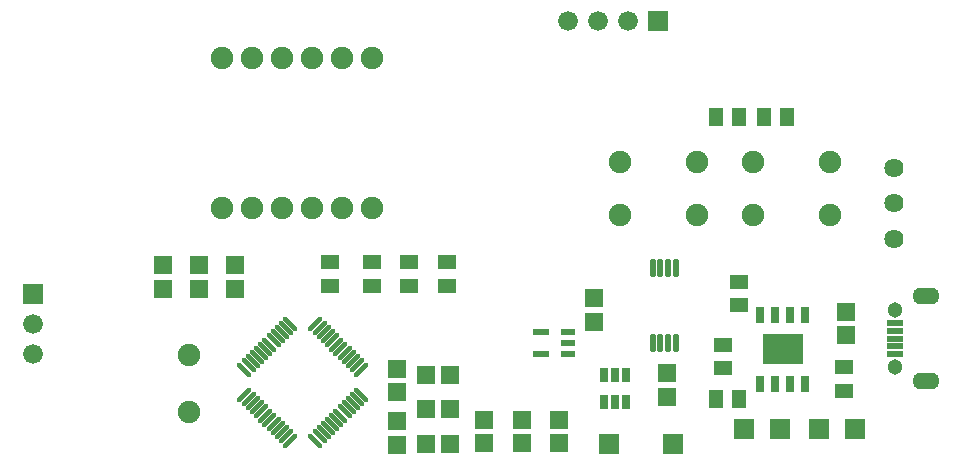
<source format=gts>
G04 Layer: TopSolderMaskLayer*
G04 EasyEDA v6.5.47, 2024-09-12 04:01:22*
G04 8c6c83d31be245b591d831e4eff4e06b,65b0a26063cb4300b6f9becee83ce362,10*
G04 Gerber Generator version 0.2*
G04 Scale: 100 percent, Rotated: No, Reflected: No *
G04 Dimensions in millimeters *
G04 leading zeros omitted , absolute positions ,4 integer and 5 decimal *
%FSLAX45Y45*%
%MOMM*%

%AMMACRO1*4,1,8,-0.8085,-0.8382,-0.8382,-0.8084,-0.8382,0.8085,-0.8085,0.8382,0.8084,0.8382,0.8382,0.8085,0.8382,-0.8084,0.8084,-0.8382,-0.8085,-0.8382,0*%
%AMMACRO2*4,1,8,-0.8386,-0.8508,-0.8683,-0.821,-0.8683,0.8211,-0.8386,0.8508,0.8385,0.8508,0.8683,0.8211,0.8683,-0.821,0.8385,-0.8508,-0.8386,-0.8508,0*%
%AMMACRO3*1,1,$1,$2,$3*1,1,$1,$4,$5*20,1,$1,$2,$3,$4,$5,0*%
%AMMACRO4*4,1,8,-0.3211,-0.6508,-0.3508,-0.621,-0.3508,0.6211,-0.3211,0.6508,0.321,0.6508,0.3508,0.6211,0.3508,-0.621,0.321,-0.6508,-0.3211,-0.6508,0*%
%AMMACRO5*4,1,8,-1.6711,-1.2508,-1.7008,-1.221,-1.7008,1.2211,-1.6711,1.2508,1.671,1.2508,1.7008,1.2211,1.7008,-1.221,1.671,-1.2508,-1.6711,-1.2508,0*%
%AMMACRO6*4,1,8,-0.287,-0.5868,-0.3168,-0.557,-0.3168,0.557,-0.287,0.5868,0.287,0.5868,0.3168,0.557,0.3168,-0.557,0.287,-0.5868,-0.287,-0.5868,0*%
%AMMACRO7*4,1,8,-0.5996,-0.2958,-0.6293,-0.266,-0.6293,0.2661,-0.5996,0.2958,0.5995,0.2958,0.6293,0.2661,0.6293,-0.266,0.5995,-0.2958,-0.5996,-0.2958,0*%
%AMMACRO8*4,1,8,-0.6086,-0.2958,-0.6383,-0.266,-0.6383,0.2661,-0.6086,0.2958,0.6085,0.2958,0.6383,0.2661,0.6383,-0.266,0.6085,-0.2958,-0.6086,-0.2958,0*%
%AMMACRO9*4,1,8,-0.646,-0.2508,-0.6758,-0.221,-0.6758,0.2211,-0.646,0.2508,0.646,0.2508,0.6758,0.2211,0.6758,-0.221,0.646,-0.2508,-0.646,-0.2508,0*%
%AMMACRO10*4,1,8,-0.7095,-0.6171,-0.7393,-0.5873,-0.7393,0.5873,-0.7095,0.6171,0.7095,0.6171,0.7393,0.5873,0.7393,-0.5873,0.7095,-0.6171,-0.7095,-0.6171,0*%
%AMMACRO11*4,1,8,-0.5873,-0.7393,-0.6171,-0.7095,-0.6171,0.7095,-0.5873,0.7393,0.5873,0.7393,0.6171,0.7095,0.6171,-0.7095,0.5873,-0.7393,-0.5873,-0.7393,0*%
%AMMACRO12*4,1,8,-0.7261,-0.7258,-0.7558,-0.696,-0.7558,0.6961,-0.7261,0.7258,0.726,0.7258,0.7558,0.6961,0.7558,-0.696,0.726,-0.7258,-0.7261,-0.7258,0*%
%AMMACRO13*4,1,8,-0.6961,-0.7558,-0.7258,-0.726,-0.7258,0.7261,-0.6961,0.7558,0.696,0.7558,0.7258,0.7261,0.7258,-0.726,0.696,-0.7558,-0.6961,-0.7558,0*%
%ADD10MACRO1*%
%ADD11C,1.6764*%
%ADD12C,1.9016*%
%ADD13MACRO2*%
%ADD14O,0.5015992X1.6015970000000002*%
%ADD15MACRO3,0.37X-0.4349X-0.4349X0.4349X0.4349*%
%ADD16MACRO3,0.37X-0.4349X0.4349X0.4349X-0.4349*%
%ADD17MACRO4*%
%ADD18MACRO5*%
%ADD19MACRO6*%
%ADD20MACRO7*%
%ADD21MACRO8*%
%ADD22C,1.6256*%
%ADD23MACRO9*%
%ADD24O,2.3015956X1.4015974000000002*%
%ADD25C,1.3016*%
%ADD26MACRO10*%
%ADD27MACRO11*%
%ADD28MACRO12*%
%ADD29MACRO13*%

%LPD*%
D10*
G01*
X5181600Y-3822700D03*
G01*
X5727700Y-3822700D03*
G01*
X5600700Y-241300D03*
D11*
G01*
X5346700Y-241300D03*
G01*
X5092700Y-241300D03*
G01*
X4838700Y-241300D03*
D10*
G01*
X304800Y-2552700D03*
D11*
G01*
X304800Y-2806700D03*
G01*
X304800Y-3060700D03*
D12*
G01*
X5275579Y-1438655D03*
G01*
X5275579Y-1888744D03*
G01*
X5925820Y-1438655D03*
G01*
X5925820Y-1888744D03*
G01*
X6405879Y-1438655D03*
G01*
X6405879Y-1888744D03*
G01*
X7056120Y-1438655D03*
G01*
X7056120Y-1888744D03*
D13*
G01*
X6325260Y-3695700D03*
G01*
X6628739Y-3695700D03*
G01*
X7263739Y-3695700D03*
G01*
X6960260Y-3695700D03*
D14*
G01*
X5553963Y-2974339D03*
G01*
X5618988Y-2974339D03*
G01*
X5684011Y-2974339D03*
G01*
X5749036Y-2974339D03*
G01*
X5553963Y-2334260D03*
G01*
X5618988Y-2334260D03*
G01*
X5684011Y-2334260D03*
G01*
X5749036Y-2334260D03*
D12*
G01*
X1905000Y-1828800D03*
G01*
X2159000Y-1828800D03*
G01*
X2413000Y-1828800D03*
G01*
X2667000Y-1828800D03*
G01*
X2921000Y-1828800D03*
G01*
X3175000Y-1828800D03*
G01*
X3175000Y-558800D03*
G01*
X2921000Y-558800D03*
G01*
X2667000Y-558800D03*
G01*
X2413000Y-558800D03*
G01*
X2159000Y-558800D03*
G01*
X1905000Y-558800D03*
D15*
G01*
X2095830Y-3408070D03*
G01*
X2131187Y-3443427D03*
G01*
X2166543Y-3478758D03*
G01*
X2201900Y-3514140D03*
G01*
X2237257Y-3549472D03*
G01*
X2272614Y-3584854D03*
G01*
X2307945Y-3620185D03*
G01*
X2343327Y-3655542D03*
G01*
X2378659Y-3690899D03*
G01*
X2414041Y-3726256D03*
G01*
X2449372Y-3761613D03*
G01*
X2484729Y-3796969D03*
D16*
G01*
X2696870Y-3796969D03*
G01*
X2732227Y-3761613D03*
G01*
X2767558Y-3726256D03*
G01*
X2802940Y-3690899D03*
G01*
X2838272Y-3655542D03*
G01*
X2873654Y-3620185D03*
G01*
X2908985Y-3584854D03*
G01*
X2944342Y-3549472D03*
G01*
X2979699Y-3514140D03*
G01*
X3015056Y-3478758D03*
G01*
X3050412Y-3443427D03*
G01*
X3085769Y-3408070D03*
D15*
G01*
X3085769Y-3195955D03*
G01*
X3050412Y-3160572D03*
G01*
X3015056Y-3125241D03*
G01*
X2979699Y-3089859D03*
G01*
X2944342Y-3054527D03*
G01*
X2908985Y-3019171D03*
G01*
X2873654Y-2983814D03*
G01*
X2838272Y-2948457D03*
G01*
X2802940Y-2913100D03*
G01*
X2767558Y-2877743D03*
G01*
X2732227Y-2842386D03*
G01*
X2696870Y-2807030D03*
D16*
G01*
X2484729Y-2807030D03*
G01*
X2449372Y-2842386D03*
G01*
X2414041Y-2877743D03*
G01*
X2378659Y-2913100D03*
G01*
X2343327Y-2948457D03*
G01*
X2307945Y-2983814D03*
G01*
X2272614Y-3019171D03*
G01*
X2237257Y-3054527D03*
G01*
X2201900Y-3089859D03*
G01*
X2166543Y-3125241D03*
G01*
X2131187Y-3160572D03*
G01*
X2095830Y-3195955D03*
D17*
G01*
X6845300Y-2731769D03*
G01*
X6718300Y-2731769D03*
G01*
X6591300Y-2731769D03*
G01*
X6464300Y-2731769D03*
G01*
X6464300Y-3313430D03*
G01*
X6591300Y-3313430D03*
G01*
X6718300Y-3313430D03*
G01*
X6845300Y-3313430D03*
D18*
G01*
X6654798Y-3022600D03*
D19*
G01*
X5327395Y-3237890D03*
G01*
X5232400Y-3237890D03*
G01*
X5137404Y-3237890D03*
G01*
X5137404Y-3467709D03*
G01*
X5232400Y-3467709D03*
G01*
X5327395Y-3467709D03*
D20*
G01*
X4839766Y-3066796D03*
G01*
X4839766Y-2971800D03*
G01*
X4839766Y-2876803D03*
D21*
G01*
X4609033Y-2876803D03*
G01*
X4609033Y-3066796D03*
D22*
G01*
X7594600Y-1485900D03*
G01*
X7594600Y-1785899D03*
G01*
X7594600Y-2085898D03*
D23*
G01*
X7601811Y-2803700D03*
G01*
X7601811Y-2868698D03*
G01*
X7601811Y-2933700D03*
G01*
X7601811Y-2998701D03*
G01*
X7601811Y-3063699D03*
D24*
G01*
X7866786Y-2573705D03*
G01*
X7866786Y-3293694D03*
D25*
G01*
X7601788Y-3176193D03*
G01*
X7601788Y-2691206D03*
D12*
G01*
X1625600Y-3557092D03*
G01*
X1625600Y-3069107D03*
D26*
G01*
X7175500Y-3176595D03*
G01*
X7175500Y-3376604D03*
G01*
X6286500Y-2452695D03*
G01*
X6286500Y-2652704D03*
D27*
G01*
X6284904Y-3441700D03*
G01*
X6084895Y-3441700D03*
D26*
G01*
X6146800Y-3186104D03*
G01*
X6146800Y-2986095D03*
G01*
X2819400Y-2487604D03*
G01*
X2819400Y-2287595D03*
G01*
X3175000Y-2487604D03*
G01*
X3175000Y-2287595D03*
G01*
X3492500Y-2487604D03*
G01*
X3492500Y-2287595D03*
G01*
X3810000Y-2487604D03*
G01*
X3810000Y-2287595D03*
D27*
G01*
X6084895Y-1054100D03*
G01*
X6284904Y-1054100D03*
G01*
X6691304Y-1054100D03*
G01*
X6491295Y-1054100D03*
D28*
G01*
X3833802Y-3822700D03*
G01*
X3633797Y-3822700D03*
G01*
X3833802Y-3530600D03*
G01*
X3633797Y-3530600D03*
G01*
X3833802Y-3238500D03*
G01*
X3633797Y-3238500D03*
D29*
G01*
X3390900Y-3833802D03*
G01*
X3390900Y-3633797D03*
G01*
X3390900Y-3189297D03*
G01*
X3390900Y-3389302D03*
G01*
X1409700Y-2513002D03*
G01*
X1409700Y-2312997D03*
G01*
X1714500Y-2513002D03*
G01*
X1714500Y-2312997D03*
G01*
X2019300Y-2513002D03*
G01*
X2019300Y-2312997D03*
G01*
X7188200Y-2906702D03*
G01*
X7188200Y-2706697D03*
G01*
X5676900Y-3227397D03*
G01*
X5676900Y-3427402D03*
G01*
X4762500Y-3821102D03*
G01*
X4762500Y-3621097D03*
G01*
X5054600Y-2792402D03*
G01*
X5054600Y-2592397D03*
G01*
X4445000Y-3621097D03*
G01*
X4445000Y-3821102D03*
G01*
X4127500Y-3621097D03*
G01*
X4127500Y-3821102D03*
M02*

</source>
